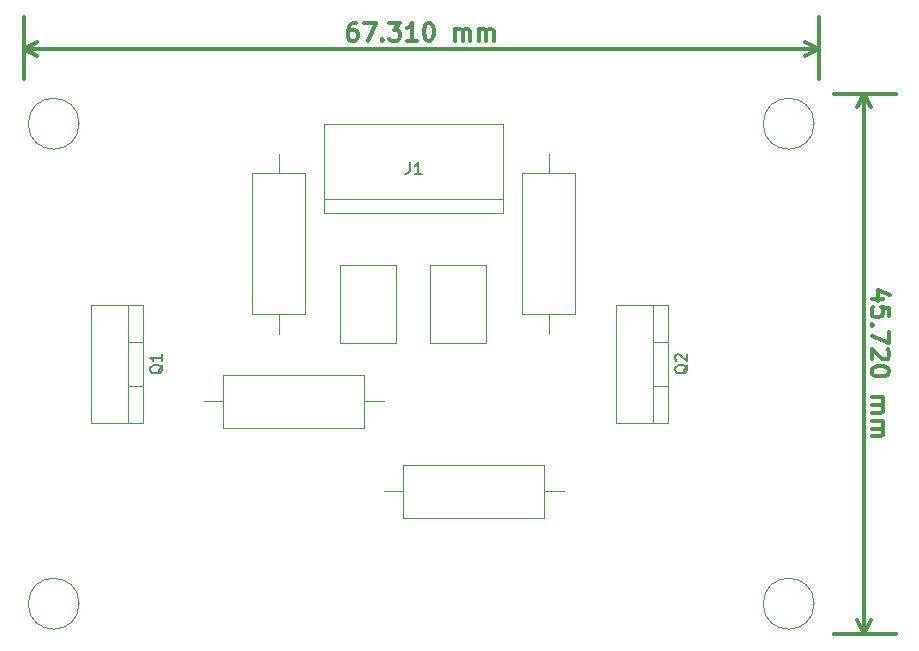
<source format=gbr>
G04 #@! TF.FileFunction,Other,Fab,Top*
%FSLAX46Y46*%
G04 Gerber Fmt 4.6, Leading zero omitted, Abs format (unit mm)*
G04 Created by KiCad (PCBNEW 4.0.7) date Tuesday, March 20, 2018 'PMt' 01:52:30 PM*
%MOMM*%
%LPD*%
G01*
G04 APERTURE LIST*
%ADD10C,0.100000*%
%ADD11C,0.300000*%
%ADD12C,0.150000*%
G04 APERTURE END LIST*
D10*
D11*
X185821429Y-107530001D02*
X184821429Y-107530001D01*
X186392857Y-107172858D02*
X185321429Y-106815715D01*
X185321429Y-107744287D01*
X186321429Y-109030001D02*
X186321429Y-108315715D01*
X185607143Y-108244286D01*
X185678571Y-108315715D01*
X185750000Y-108458572D01*
X185750000Y-108815715D01*
X185678571Y-108958572D01*
X185607143Y-109030001D01*
X185464286Y-109101429D01*
X185107143Y-109101429D01*
X184964286Y-109030001D01*
X184892857Y-108958572D01*
X184821429Y-108815715D01*
X184821429Y-108458572D01*
X184892857Y-108315715D01*
X184964286Y-108244286D01*
X184964286Y-109744286D02*
X184892857Y-109815714D01*
X184821429Y-109744286D01*
X184892857Y-109672857D01*
X184964286Y-109744286D01*
X184821429Y-109744286D01*
X186321429Y-110315715D02*
X186321429Y-111315715D01*
X184821429Y-110672858D01*
X186178571Y-111815714D02*
X186250000Y-111887143D01*
X186321429Y-112030000D01*
X186321429Y-112387143D01*
X186250000Y-112530000D01*
X186178571Y-112601429D01*
X186035714Y-112672857D01*
X185892857Y-112672857D01*
X185678571Y-112601429D01*
X184821429Y-111744286D01*
X184821429Y-112672857D01*
X186321429Y-113601428D02*
X186321429Y-113744285D01*
X186250000Y-113887142D01*
X186178571Y-113958571D01*
X186035714Y-114030000D01*
X185750000Y-114101428D01*
X185392857Y-114101428D01*
X185107143Y-114030000D01*
X184964286Y-113958571D01*
X184892857Y-113887142D01*
X184821429Y-113744285D01*
X184821429Y-113601428D01*
X184892857Y-113458571D01*
X184964286Y-113387142D01*
X185107143Y-113315714D01*
X185392857Y-113244285D01*
X185750000Y-113244285D01*
X186035714Y-113315714D01*
X186178571Y-113387142D01*
X186250000Y-113458571D01*
X186321429Y-113601428D01*
X184821429Y-115887142D02*
X185821429Y-115887142D01*
X185678571Y-115887142D02*
X185750000Y-115958570D01*
X185821429Y-116101428D01*
X185821429Y-116315713D01*
X185750000Y-116458570D01*
X185607143Y-116529999D01*
X184821429Y-116529999D01*
X185607143Y-116529999D02*
X185750000Y-116601428D01*
X185821429Y-116744285D01*
X185821429Y-116958570D01*
X185750000Y-117101428D01*
X185607143Y-117172856D01*
X184821429Y-117172856D01*
X184821429Y-117887142D02*
X185821429Y-117887142D01*
X185678571Y-117887142D02*
X185750000Y-117958570D01*
X185821429Y-118101428D01*
X185821429Y-118315713D01*
X185750000Y-118458570D01*
X185607143Y-118529999D01*
X184821429Y-118529999D01*
X185607143Y-118529999D02*
X185750000Y-118601428D01*
X185821429Y-118744285D01*
X185821429Y-118958570D01*
X185750000Y-119101428D01*
X185607143Y-119172856D01*
X184821429Y-119172856D01*
X184150000Y-90170000D02*
X184150000Y-135890000D01*
X181610000Y-90170000D02*
X186850000Y-90170000D01*
X181610000Y-135890000D02*
X186850000Y-135890000D01*
X184150000Y-135890000D02*
X183563579Y-134763496D01*
X184150000Y-135890000D02*
X184736421Y-134763496D01*
X184150000Y-90170000D02*
X183563579Y-91296504D01*
X184150000Y-90170000D02*
X184736421Y-91296504D01*
X141185001Y-84188571D02*
X140899287Y-84188571D01*
X140756430Y-84260000D01*
X140685001Y-84331429D01*
X140542144Y-84545714D01*
X140470715Y-84831429D01*
X140470715Y-85402857D01*
X140542144Y-85545714D01*
X140613572Y-85617143D01*
X140756430Y-85688571D01*
X141042144Y-85688571D01*
X141185001Y-85617143D01*
X141256430Y-85545714D01*
X141327858Y-85402857D01*
X141327858Y-85045714D01*
X141256430Y-84902857D01*
X141185001Y-84831429D01*
X141042144Y-84760000D01*
X140756430Y-84760000D01*
X140613572Y-84831429D01*
X140542144Y-84902857D01*
X140470715Y-85045714D01*
X141827858Y-84188571D02*
X142827858Y-84188571D01*
X142185001Y-85688571D01*
X143399286Y-85545714D02*
X143470714Y-85617143D01*
X143399286Y-85688571D01*
X143327857Y-85617143D01*
X143399286Y-85545714D01*
X143399286Y-85688571D01*
X143970715Y-84188571D02*
X144899286Y-84188571D01*
X144399286Y-84760000D01*
X144613572Y-84760000D01*
X144756429Y-84831429D01*
X144827858Y-84902857D01*
X144899286Y-85045714D01*
X144899286Y-85402857D01*
X144827858Y-85545714D01*
X144756429Y-85617143D01*
X144613572Y-85688571D01*
X144185000Y-85688571D01*
X144042143Y-85617143D01*
X143970715Y-85545714D01*
X146327857Y-85688571D02*
X145470714Y-85688571D01*
X145899286Y-85688571D02*
X145899286Y-84188571D01*
X145756429Y-84402857D01*
X145613571Y-84545714D01*
X145470714Y-84617143D01*
X147256428Y-84188571D02*
X147399285Y-84188571D01*
X147542142Y-84260000D01*
X147613571Y-84331429D01*
X147685000Y-84474286D01*
X147756428Y-84760000D01*
X147756428Y-85117143D01*
X147685000Y-85402857D01*
X147613571Y-85545714D01*
X147542142Y-85617143D01*
X147399285Y-85688571D01*
X147256428Y-85688571D01*
X147113571Y-85617143D01*
X147042142Y-85545714D01*
X146970714Y-85402857D01*
X146899285Y-85117143D01*
X146899285Y-84760000D01*
X146970714Y-84474286D01*
X147042142Y-84331429D01*
X147113571Y-84260000D01*
X147256428Y-84188571D01*
X149542142Y-85688571D02*
X149542142Y-84688571D01*
X149542142Y-84831429D02*
X149613570Y-84760000D01*
X149756428Y-84688571D01*
X149970713Y-84688571D01*
X150113570Y-84760000D01*
X150184999Y-84902857D01*
X150184999Y-85688571D01*
X150184999Y-84902857D02*
X150256428Y-84760000D01*
X150399285Y-84688571D01*
X150613570Y-84688571D01*
X150756428Y-84760000D01*
X150827856Y-84902857D01*
X150827856Y-85688571D01*
X151542142Y-85688571D02*
X151542142Y-84688571D01*
X151542142Y-84831429D02*
X151613570Y-84760000D01*
X151756428Y-84688571D01*
X151970713Y-84688571D01*
X152113570Y-84760000D01*
X152184999Y-84902857D01*
X152184999Y-85688571D01*
X152184999Y-84902857D02*
X152256428Y-84760000D01*
X152399285Y-84688571D01*
X152613570Y-84688571D01*
X152756428Y-84760000D01*
X152827856Y-84902857D01*
X152827856Y-85688571D01*
X113030000Y-86360000D02*
X180340000Y-86360000D01*
X113030000Y-88900000D02*
X113030000Y-83660000D01*
X180340000Y-88900000D02*
X180340000Y-83660000D01*
X180340000Y-86360000D02*
X179213496Y-86946421D01*
X180340000Y-86360000D02*
X179213496Y-85773579D01*
X113030000Y-86360000D02*
X114156504Y-86946421D01*
X113030000Y-86360000D02*
X114156504Y-85773579D01*
D10*
X147450000Y-111250000D02*
X147450000Y-104650000D01*
X147450000Y-104650000D02*
X152150000Y-104650000D01*
X152150000Y-104650000D02*
X152150000Y-111250000D01*
X152150000Y-111250000D02*
X147450000Y-111250000D01*
X138500000Y-99070000D02*
X153600000Y-99070000D01*
X138500000Y-92770000D02*
X153600000Y-92770000D01*
X153600000Y-92770000D02*
X153600000Y-100270000D01*
X153600000Y-100270000D02*
X138500000Y-100270000D01*
X138500000Y-100270000D02*
X138500000Y-92770000D01*
X123150000Y-108030000D02*
X118750000Y-108030000D01*
X118750000Y-108030000D02*
X118750000Y-118030000D01*
X118750000Y-118030000D02*
X123150000Y-118030000D01*
X123150000Y-118030000D02*
X123150000Y-108030000D01*
X121880000Y-108030000D02*
X121880000Y-118030000D01*
X123150000Y-111180000D02*
X121880000Y-111180000D01*
X123150000Y-114880000D02*
X121880000Y-114880000D01*
X167600000Y-108030000D02*
X163200000Y-108030000D01*
X163200000Y-108030000D02*
X163200000Y-118030000D01*
X163200000Y-118030000D02*
X167600000Y-118030000D01*
X167600000Y-118030000D02*
X167600000Y-108030000D01*
X166330000Y-108030000D02*
X166330000Y-118030000D01*
X167600000Y-111180000D02*
X166330000Y-111180000D01*
X167600000Y-114880000D02*
X166330000Y-114880000D01*
X132370000Y-108820000D02*
X136870000Y-108820000D01*
X136870000Y-108820000D02*
X136870000Y-96920000D01*
X136870000Y-96920000D02*
X132370000Y-96920000D01*
X132370000Y-96920000D02*
X132370000Y-108820000D01*
X134620000Y-110490000D02*
X134620000Y-108820000D01*
X134620000Y-95250000D02*
X134620000Y-96920000D01*
X129940000Y-113955000D02*
X129940000Y-118455000D01*
X129940000Y-118455000D02*
X141840000Y-118455000D01*
X141840000Y-118455000D02*
X141840000Y-113955000D01*
X141840000Y-113955000D02*
X129940000Y-113955000D01*
X128270000Y-116205000D02*
X129940000Y-116205000D01*
X143510000Y-116205000D02*
X141840000Y-116205000D01*
X159730000Y-96920000D02*
X155230000Y-96920000D01*
X155230000Y-96920000D02*
X155230000Y-108820000D01*
X155230000Y-108820000D02*
X159730000Y-108820000D01*
X159730000Y-108820000D02*
X159730000Y-96920000D01*
X157480000Y-95250000D02*
X157480000Y-96920000D01*
X157480000Y-110490000D02*
X157480000Y-108820000D01*
X157080000Y-126075000D02*
X157080000Y-121575000D01*
X157080000Y-121575000D02*
X145180000Y-121575000D01*
X145180000Y-121575000D02*
X145180000Y-126075000D01*
X145180000Y-126075000D02*
X157080000Y-126075000D01*
X158750000Y-123825000D02*
X157080000Y-123825000D01*
X143510000Y-123825000D02*
X145180000Y-123825000D01*
X139830000Y-111250000D02*
X139830000Y-104650000D01*
X139830000Y-104650000D02*
X144530000Y-104650000D01*
X144530000Y-104650000D02*
X144530000Y-111250000D01*
X144530000Y-111250000D02*
X139830000Y-111250000D01*
X179954066Y-92710000D02*
G75*
G03X179954066Y-92710000I-2154066J0D01*
G01*
X117724066Y-92710000D02*
G75*
G03X117724066Y-92710000I-2154066J0D01*
G01*
X179954066Y-133350000D02*
G75*
G03X179954066Y-133350000I-2154066J0D01*
G01*
X117724066Y-133350000D02*
G75*
G03X117724066Y-133350000I-2154066J0D01*
G01*
D12*
X145716667Y-95972381D02*
X145716667Y-96686667D01*
X145669047Y-96829524D01*
X145573809Y-96924762D01*
X145430952Y-96972381D01*
X145335714Y-96972381D01*
X146716667Y-96972381D02*
X146145238Y-96972381D01*
X146430952Y-96972381D02*
X146430952Y-95972381D01*
X146335714Y-96115238D01*
X146240476Y-96210476D01*
X146145238Y-96258095D01*
X124817619Y-113125238D02*
X124770000Y-113220476D01*
X124674762Y-113315714D01*
X124531905Y-113458571D01*
X124484286Y-113553810D01*
X124484286Y-113649048D01*
X124722381Y-113601429D02*
X124674762Y-113696667D01*
X124579524Y-113791905D01*
X124389048Y-113839524D01*
X124055714Y-113839524D01*
X123865238Y-113791905D01*
X123770000Y-113696667D01*
X123722381Y-113601429D01*
X123722381Y-113410952D01*
X123770000Y-113315714D01*
X123865238Y-113220476D01*
X124055714Y-113172857D01*
X124389048Y-113172857D01*
X124579524Y-113220476D01*
X124674762Y-113315714D01*
X124722381Y-113410952D01*
X124722381Y-113601429D01*
X124722381Y-112220476D02*
X124722381Y-112791905D01*
X124722381Y-112506191D02*
X123722381Y-112506191D01*
X123865238Y-112601429D01*
X123960476Y-112696667D01*
X124008095Y-112791905D01*
X169267619Y-113125238D02*
X169220000Y-113220476D01*
X169124762Y-113315714D01*
X168981905Y-113458571D01*
X168934286Y-113553810D01*
X168934286Y-113649048D01*
X169172381Y-113601429D02*
X169124762Y-113696667D01*
X169029524Y-113791905D01*
X168839048Y-113839524D01*
X168505714Y-113839524D01*
X168315238Y-113791905D01*
X168220000Y-113696667D01*
X168172381Y-113601429D01*
X168172381Y-113410952D01*
X168220000Y-113315714D01*
X168315238Y-113220476D01*
X168505714Y-113172857D01*
X168839048Y-113172857D01*
X169029524Y-113220476D01*
X169124762Y-113315714D01*
X169172381Y-113410952D01*
X169172381Y-113601429D01*
X168267619Y-112791905D02*
X168220000Y-112744286D01*
X168172381Y-112649048D01*
X168172381Y-112410952D01*
X168220000Y-112315714D01*
X168267619Y-112268095D01*
X168362857Y-112220476D01*
X168458095Y-112220476D01*
X168600952Y-112268095D01*
X169172381Y-112839524D01*
X169172381Y-112220476D01*
M02*

</source>
